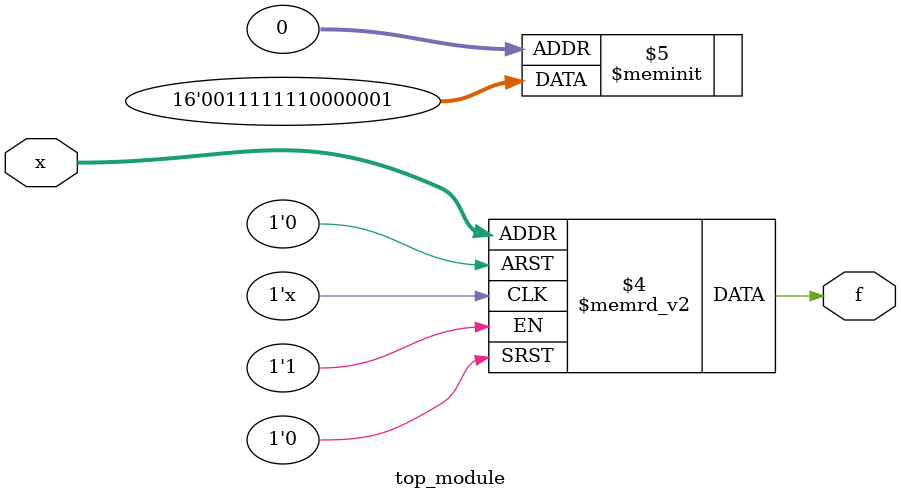
<source format=sv>
module top_module (
    input [4:1] x,
    output logic f
);

always_comb begin
    case (x)
        4'b0000: f = 1;
        4'b0001: f = 0;
        4'b0010: f = 0;
        4'b0011: f = 0;
        4'b0100: f = 0;
        4'b0101: f = 0;
        4'b0110: f = 0;
        4'b0111: f = 1;
        4'b1000: f = 1;
        4'b1001: f = 1;
        4'b1010: f = 1;
        4'b1011: f = 1;
        4'b1100: f = 1;
        4'b1101: f = 1;
        4'b1110: f = 0;
        4'b1111: f = 0;
        default: f = 0;
    endcase
end

endmodule

</source>
